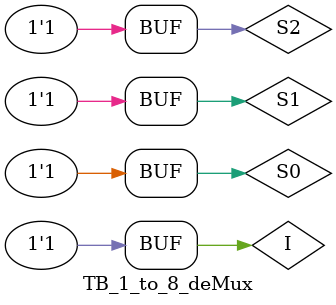
<source format=v>

module TB_1_to_8_deMux();
wire [7:0]Y; reg I; reg S2, S1, S0;

//triggering Test Bench for Dataflow Modelling
deMux_1_to_8_df triggering_dataflowModelling(I, S2, S1, S0, Y);

initial
begin

//setting sample testing input I to logic high (1)
I = 1'b1;

//passing select lines combinations to get desired outputs
S2 = 1'b0; S1 = 1'b0; S0 = 1'b0;
#200;
S2 = 1'b0; S1 = 1'b0; S0 = 1'b1;
#200;
S2 = 1'b0; S1 = 1'b1; S0 = 1'b0;
#200;
S2 = 1'b0; S1 = 1'b1; S0 = 1'b1;
#200;
S2 = 1'b1; S1 = 1'b0; S0 = 1'b0;
#200;
S2 = 1'b1; S1 = 1'b0; S0 = 1'b1;
#200;
S2 = 1'b1; S1 = 1'b1; S0 = 1'b0;
#200;
S2 = 1'b1; S1 = 1'b1; S0 = 1'b1;
end
endmodule
</source>
